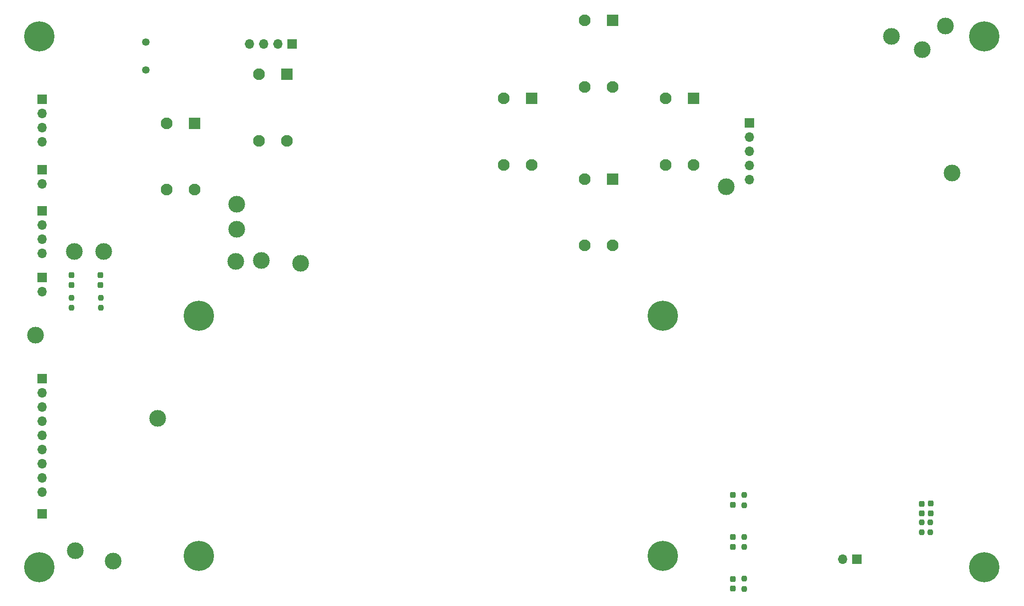
<source format=gbr>
%TF.GenerationSoftware,KiCad,Pcbnew,8.0.2*%
%TF.CreationDate,2025-01-20T18:08:45-05:00*%
%TF.ProjectId,Ecardz-Controller,45636172-647a-42d4-936f-6e74726f6c6c,rev?*%
%TF.SameCoordinates,Original*%
%TF.FileFunction,Soldermask,Top*%
%TF.FilePolarity,Negative*%
%FSLAX46Y46*%
G04 Gerber Fmt 4.6, Leading zero omitted, Abs format (unit mm)*
G04 Created by KiCad (PCBNEW 8.0.2) date 2025-01-20 18:08:45*
%MOMM*%
%LPD*%
G01*
G04 APERTURE LIST*
G04 Aperture macros list*
%AMRoundRect*
0 Rectangle with rounded corners*
0 $1 Rounding radius*
0 $2 $3 $4 $5 $6 $7 $8 $9 X,Y pos of 4 corners*
0 Add a 4 corners polygon primitive as box body*
4,1,4,$2,$3,$4,$5,$6,$7,$8,$9,$2,$3,0*
0 Add four circle primitives for the rounded corners*
1,1,$1+$1,$2,$3*
1,1,$1+$1,$4,$5*
1,1,$1+$1,$6,$7*
1,1,$1+$1,$8,$9*
0 Add four rect primitives between the rounded corners*
20,1,$1+$1,$2,$3,$4,$5,0*
20,1,$1+$1,$4,$5,$6,$7,0*
20,1,$1+$1,$6,$7,$8,$9,0*
20,1,$1+$1,$8,$9,$2,$3,0*%
G04 Aperture macros list end*
%ADD10C,3.100000*%
%ADD11C,5.400000*%
%ADD12C,3.000000*%
%ADD13RoundRect,0.237500X-0.237500X0.287500X-0.237500X-0.287500X0.237500X-0.287500X0.237500X0.287500X0*%
%ADD14R,2.100000X2.100000*%
%ADD15C,2.100000*%
%ADD16RoundRect,0.237500X-0.237500X0.250000X-0.237500X-0.250000X0.237500X-0.250000X0.237500X0.250000X0*%
%ADD17RoundRect,0.237500X0.237500X-0.287500X0.237500X0.287500X-0.237500X0.287500X-0.237500X-0.287500X0*%
%ADD18R,1.700000X1.700000*%
%ADD19O,1.700000X1.700000*%
%ADD20C,1.350000*%
G04 APERTURE END LIST*
D10*
%TO.C,H5*%
X88500000Y-193000000D03*
D11*
X88500000Y-193000000D03*
%TD*%
D10*
%TO.C,H2*%
X60000000Y-100000000D03*
D11*
X60000000Y-100000000D03*
%TD*%
D12*
%TO.C,TP1*%
X222000000Y-98100000D03*
%TD*%
D13*
%TO.C,D4*%
X184000000Y-182125000D03*
X184000000Y-183875000D03*
%TD*%
D14*
%TO.C,S5*%
X177000000Y-111050000D03*
D15*
X177000000Y-122950000D03*
X172000000Y-111050000D03*
X172000000Y-122950000D03*
%TD*%
D16*
%TO.C,R8*%
X217800000Y-186987500D03*
X217800000Y-188812500D03*
%TD*%
D12*
%TO.C,TP16*%
X59300000Y-153500000D03*
%TD*%
D16*
%TO.C,R7*%
X186000000Y-189587500D03*
X186000000Y-191412500D03*
%TD*%
D12*
%TO.C,TP9*%
X66250000Y-138500000D03*
%TD*%
%TO.C,TP12*%
X81100000Y-168400000D03*
%TD*%
D16*
%TO.C,R9*%
X219300000Y-186987500D03*
X219300000Y-188812500D03*
%TD*%
D12*
%TO.C,TP11*%
X217900000Y-102300000D03*
%TD*%
%TO.C,TP8*%
X71500000Y-138500000D03*
%TD*%
%TO.C,TP7*%
X99700000Y-140100000D03*
%TD*%
D17*
%TO.C,D2*%
X217783270Y-185411252D03*
X217783270Y-183661252D03*
%TD*%
%TO.C,D1*%
X219362251Y-185400210D03*
X219362251Y-183650210D03*
%TD*%
D12*
%TO.C,TP5*%
X95250000Y-134500000D03*
%TD*%
D18*
%TO.C,J10*%
X206175000Y-193600000D03*
D19*
X203635000Y-193600000D03*
%TD*%
D10*
%TO.C,H6*%
X60000000Y-195000000D03*
D11*
X60000000Y-195000000D03*
%TD*%
D12*
%TO.C,TP13*%
X73200000Y-193900000D03*
%TD*%
D10*
%TO.C,H8*%
X229000000Y-195000000D03*
D11*
X229000000Y-195000000D03*
%TD*%
D13*
%TO.C,D3*%
X184000000Y-189625000D03*
X184000000Y-191375000D03*
%TD*%
D12*
%TO.C,TP4*%
X95250000Y-130000000D03*
%TD*%
D10*
%TO.C,H7*%
X171500000Y-193000000D03*
D11*
X171500000Y-193000000D03*
%TD*%
D14*
%TO.C,S6*%
X162500000Y-125500000D03*
D15*
X162500000Y-137400000D03*
X157500000Y-125500000D03*
X157500000Y-137400000D03*
%TD*%
D10*
%TO.C,H1*%
X88500000Y-150000000D03*
D11*
X88500000Y-150000000D03*
%TD*%
D12*
%TO.C,TP14*%
X182800000Y-126900000D03*
%TD*%
%TO.C,TP10*%
X223200000Y-124400000D03*
%TD*%
D20*
%TO.C,LS1*%
X79000000Y-101000000D03*
X79000000Y-106000000D03*
%TD*%
D16*
%TO.C,R15*%
X71000000Y-146750000D03*
X71000000Y-148575000D03*
%TD*%
%TO.C,R16*%
X65750000Y-146750000D03*
X65750000Y-148575000D03*
%TD*%
D14*
%TO.C,S3*%
X162500000Y-97100000D03*
D15*
X162500000Y-109000000D03*
X157500000Y-97100000D03*
X157500000Y-109000000D03*
%TD*%
D13*
%TO.C,D5*%
X184000000Y-197125000D03*
X184000000Y-198875000D03*
%TD*%
D17*
%TO.C,D8*%
X65750000Y-144500000D03*
X65750000Y-142750000D03*
%TD*%
D14*
%TO.C,S1*%
X104250000Y-106750000D03*
D15*
X104250000Y-118650000D03*
X99250000Y-106750000D03*
X99250000Y-118650000D03*
%TD*%
D12*
%TO.C,TP3*%
X66400000Y-192100000D03*
%TD*%
D10*
%TO.C,H3*%
X171500000Y-150000000D03*
D11*
X171500000Y-150000000D03*
%TD*%
D12*
%TO.C,TP6*%
X106700000Y-140600000D03*
%TD*%
D14*
%TO.C,S2*%
X87750000Y-115500000D03*
D15*
X87750000Y-127400000D03*
X82750000Y-115500000D03*
X82750000Y-127400000D03*
%TD*%
D12*
%TO.C,TP15*%
X95100000Y-140300000D03*
%TD*%
%TO.C,TP2*%
X212400000Y-100000000D03*
%TD*%
D18*
%TO.C,J3*%
X187000000Y-115460000D03*
D19*
X187000000Y-118000000D03*
X187000000Y-120540000D03*
X187000000Y-123080000D03*
X187000000Y-125620000D03*
%TD*%
D16*
%TO.C,R10*%
X186000000Y-182087500D03*
X186000000Y-183912500D03*
%TD*%
%TO.C,R11*%
X186000000Y-197087500D03*
X186000000Y-198912500D03*
%TD*%
D10*
%TO.C,H4*%
X229000000Y-100000000D03*
D11*
X229000000Y-100000000D03*
%TD*%
D17*
%TO.C,D7*%
X70910000Y-144500000D03*
X70910000Y-142750000D03*
%TD*%
D14*
%TO.C,S4*%
X148000000Y-111050000D03*
D15*
X148000000Y-122950000D03*
X143000000Y-111050000D03*
X143000000Y-122950000D03*
%TD*%
D18*
%TO.C,J8*%
X60500000Y-131220000D03*
D19*
X60500000Y-133760000D03*
X60500000Y-136300000D03*
X60500000Y-138840000D03*
%TD*%
D18*
%TO.C,J2*%
X105200000Y-101300000D03*
D19*
X102660000Y-101300000D03*
X100120000Y-101300000D03*
X97580000Y-101300000D03*
%TD*%
D18*
%TO.C,J4*%
X60500000Y-161250000D03*
D19*
X60500000Y-163790000D03*
X60500000Y-166330000D03*
X60500000Y-168870000D03*
X60500000Y-171410000D03*
X60500000Y-173950000D03*
X60500000Y-176490000D03*
X60500000Y-179030000D03*
X60500000Y-181570000D03*
%TD*%
D18*
%TO.C,J11*%
X60500000Y-143160000D03*
D19*
X60500000Y-145700000D03*
%TD*%
D18*
%TO.C,J5*%
X60500000Y-185500000D03*
%TD*%
%TO.C,J7*%
X60500000Y-123825000D03*
D19*
X60500000Y-126365000D03*
%TD*%
D18*
%TO.C,J9*%
X60500000Y-111200000D03*
D19*
X60500000Y-113740000D03*
X60500000Y-116280000D03*
X60500000Y-118820000D03*
%TD*%
M02*

</source>
